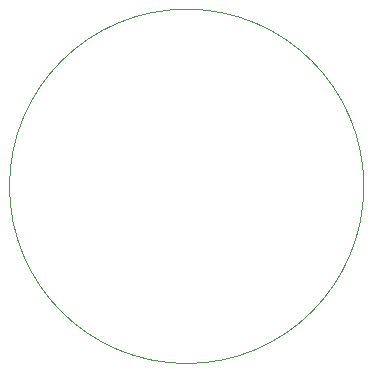
<source format=gbr>
%TF.GenerationSoftware,KiCad,Pcbnew,(7.0.0-0)*%
%TF.CreationDate,2023-09-01T09:13:59-07:00*%
%TF.ProjectId,level_shifter_breakout,6c657665-6c5f-4736-9869-667465725f62,rev?*%
%TF.SameCoordinates,Original*%
%TF.FileFunction,Profile,NP*%
%FSLAX46Y46*%
G04 Gerber Fmt 4.6, Leading zero omitted, Abs format (unit mm)*
G04 Created by KiCad (PCBNEW (7.0.0-0)) date 2023-09-01 09:13:59*
%MOMM*%
%LPD*%
G01*
G04 APERTURE LIST*
%TA.AperFunction,Profile*%
%ADD10C,0.100000*%
%TD*%
G04 APERTURE END LIST*
D10*
X151017000Y-82550000D02*
G75*
G03*
X151017000Y-82550000I-15000000J0D01*
G01*
M02*

</source>
